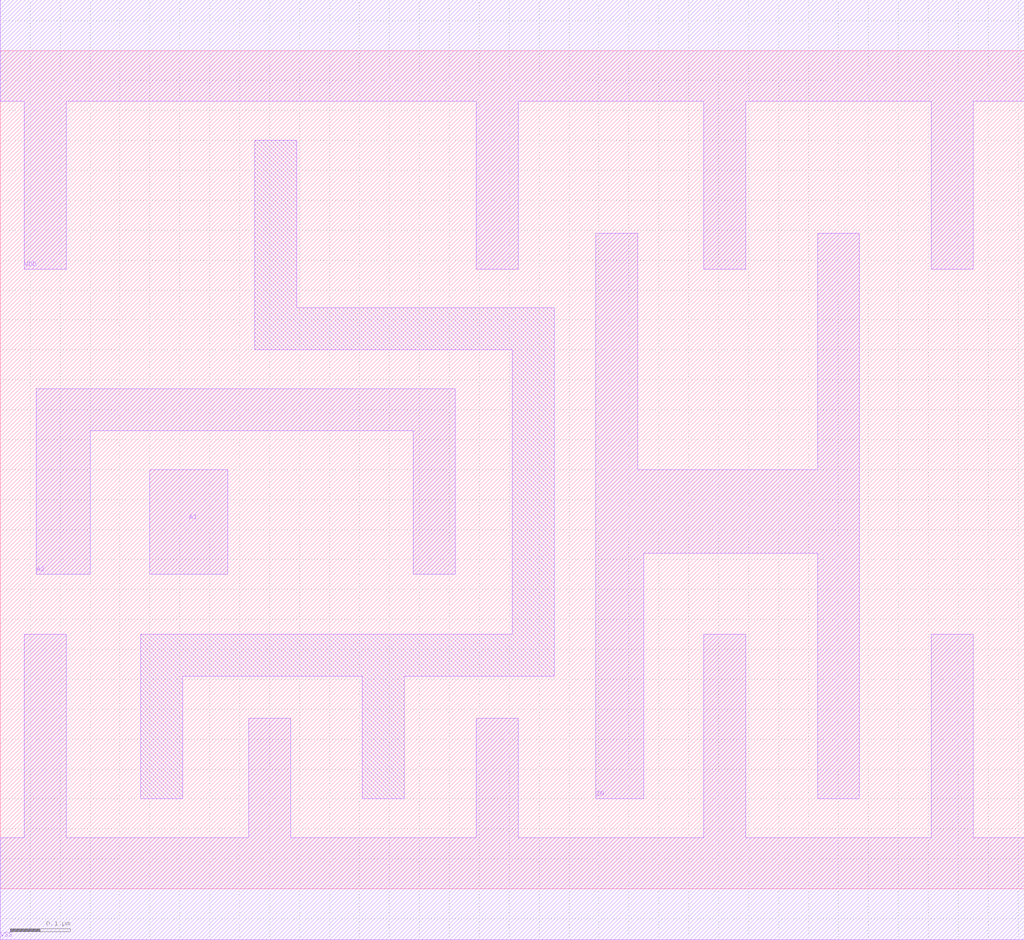
<source format=lef>
# 
# ******************************************************************************
# *                                                                            *
# *                   Copyright (C) 2004-2010, Nangate Inc.                    *
# *                           All rights reserved.                             *
# *                                                                            *
# * Nangate and the Nangate logo are trademarks of Nangate Inc.                *
# *                                                                            *
# * All trademarks, logos, software marks, and trade names (collectively the   *
# * "Marks") in this program are proprietary to Nangate or other respective    *
# * owners that have granted Nangate the right and license to use such Marks.  *
# * You are not permitted to use the Marks without the prior written consent   *
# * of Nangate or such third party that may own the Marks.                     *
# *                                                                            *
# * This file has been provided pursuant to a License Agreement containing     *
# * restrictions on its use. This file contains valuable trade secrets and     *
# * proprietary information of Nangate Inc., and is protected by U.S. and      *
# * international laws and/or treaties.                                        *
# *                                                                            *
# * The copyright notice(s) in this file does not indicate actual or intended  *
# * publication of this file.                                                  *
# *                                                                            *
# *     NGLibraryCreator, v2010.08-HR32-SP3-2010-08-05 - build 1009061800      *
# *                                                                            *
# ******************************************************************************
# 
# 
# Running on brazil06.nangate.com.br for user Giancarlo Franciscatto (gfr).
# Local time is now Fri, 3 Dec 2010, 19:32:18.
# Main process id is 27821.

VERSION 5.6 ;
BUSBITCHARS "[]" ;
DIVIDERCHAR "/" ;

MACRO OR2_X4
  CLASS core ;
  FOREIGN OR2_X4 0.0 0.0 ;
  ORIGIN 0 0 ;
  SYMMETRY X Y ;
  SITE FreePDK45_38x28_10R_NP_162NW_34O ;
  SIZE 1.71 BY 1.4 ;
  PIN A1
    DIRECTION INPUT ;
    ANTENNAPARTIALMETALAREA 0.02275 LAYER metal1 ;
    ANTENNAPARTIALMETALSIDEAREA 0.0793 LAYER metal1 ;
    ANTENNAGATEAREA 0.1045 ;
    PORT
      LAYER metal1 ;
        POLYGON 0.25 0.525 0.38 0.525 0.38 0.7 0.25 0.7  ;
    END
  END A1
  PIN A2
    DIRECTION INPUT ;
    ANTENNAPARTIALMETALAREA 0.0874 LAYER metal1 ;
    ANTENNAPARTIALMETALSIDEAREA 0.325 LAYER metal1 ;
    ANTENNAGATEAREA 0.1045 ;
    PORT
      LAYER metal1 ;
        POLYGON 0.06 0.525 0.15 0.525 0.15 0.765 0.69 0.765 0.69 0.525 0.76 0.525 0.76 0.835 0.06 0.835  ;
    END
  END A2
  PIN ZN
    DIRECTION OUTPUT ;
    ANTENNAPARTIALMETALAREA 0.1784 LAYER metal1 ;
    ANTENNAPARTIALMETALSIDEAREA 0.5694 LAYER metal1 ;
    ANTENNADIFFAREA 0.2926 ;
    PORT
      LAYER metal1 ;
        POLYGON 0.995 0.15 1.075 0.15 1.075 0.56 1.365 0.56 1.365 0.15 1.435 0.15 1.435 1.095 1.365 1.095 1.365 0.7 1.065 0.7 1.065 1.095 0.995 1.095  ;
    END
  END ZN
  PIN VDD
    DIRECTION INOUT ;
    USE power ;
    SHAPE ABUTMENT ;
    PORT
      LAYER metal1 ;
        POLYGON 0 1.315 0.04 1.315 0.04 1.035 0.11 1.035 0.11 1.315 0.795 1.315 0.795 1.035 0.865 1.035 0.865 1.315 0.925 1.315 1.175 1.315 1.175 1.035 1.245 1.035 1.245 1.315 1.555 1.315 1.555 1.035 1.625 1.035 1.625 1.315 1.71 1.315 1.71 1.485 0.925 1.485 0 1.485  ;
    END
  END VDD
  PIN VSS
    DIRECTION INOUT ;
    USE ground ;
    SHAPE ABUTMENT ;
    PORT
      LAYER metal1 ;
        POLYGON 0 -0.085 1.71 -0.085 1.71 0.085 1.625 0.085 1.625 0.425 1.555 0.425 1.555 0.085 1.245 0.085 1.245 0.425 1.175 0.425 1.175 0.085 0.865 0.085 0.865 0.285 0.795 0.285 0.795 0.085 0.485 0.085 0.485 0.285 0.415 0.285 0.415 0.085 0.11 0.085 0.11 0.425 0.04 0.425 0.04 0.085 0 0.085  ;
    END
  END VSS
  OBS
      LAYER metal1 ;
        POLYGON 0.425 0.9 0.855 0.9 0.855 0.425 0.235 0.425 0.235 0.15 0.305 0.15 0.305 0.355 0.605 0.355 0.605 0.15 0.675 0.15 0.675 0.355 0.925 0.355 0.925 0.97 0.495 0.97 0.495 1.25 0.425 1.25  ;
  END
END OR2_X4

END LIBRARY
#
# End of file
#

</source>
